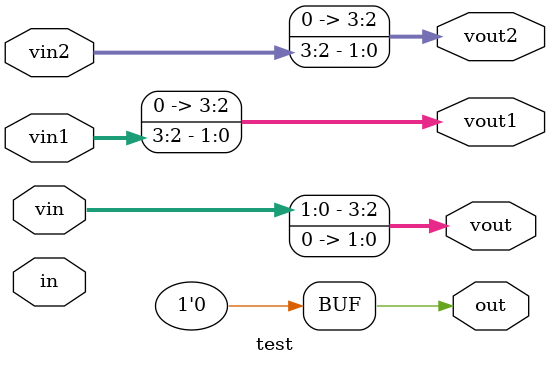
<source format=v>
module test(in, out, vin, vout, vin1, vout1, vin2, vout2);

input in;
input [3:0] vin, vin1, vin2;
output [3:0] vout, vout1, vout2;
output out;

assign out = in << 1;
assign vout = vin << 2;
assign vout1 = vin1 >> 2;
assign vout2 = vin2 >>> 2;
endmodule

</source>
